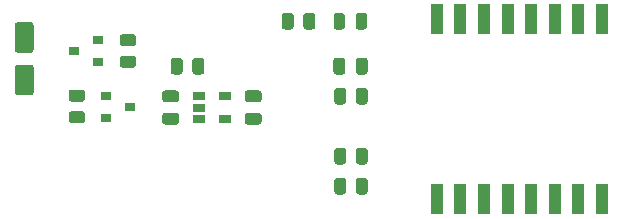
<source format=gbr>
%TF.GenerationSoftware,KiCad,Pcbnew,(5.1.10)-1*%
%TF.CreationDate,2021-06-13T23:34:16+02:00*%
%TF.ProjectId,mailbox_notifier_wifi,6d61696c-626f-4785-9f6e-6f7469666965,rev?*%
%TF.SameCoordinates,Original*%
%TF.FileFunction,Paste,Top*%
%TF.FilePolarity,Positive*%
%FSLAX46Y46*%
G04 Gerber Fmt 4.6, Leading zero omitted, Abs format (unit mm)*
G04 Created by KiCad (PCBNEW (5.1.10)-1) date 2021-06-13 23:34:16*
%MOMM*%
%LPD*%
G01*
G04 APERTURE LIST*
%ADD10R,1.000000X2.500000*%
%ADD11R,1.060000X0.650000*%
%ADD12R,0.900000X0.800000*%
G04 APERTURE END LIST*
%TO.C,C1*%
G36*
G01*
X131530000Y-86225000D02*
X132630000Y-86225000D01*
G75*
G02*
X132880000Y-86475000I0J-250000D01*
G01*
X132880000Y-88575000D01*
G75*
G02*
X132630000Y-88825000I-250000J0D01*
G01*
X131530000Y-88825000D01*
G75*
G02*
X131280000Y-88575000I0J250000D01*
G01*
X131280000Y-86475000D01*
G75*
G02*
X131530000Y-86225000I250000J0D01*
G01*
G37*
G36*
G01*
X131530000Y-82625000D02*
X132630000Y-82625000D01*
G75*
G02*
X132880000Y-82875000I0J-250000D01*
G01*
X132880000Y-84975000D01*
G75*
G02*
X132630000Y-85225000I-250000J0D01*
G01*
X131530000Y-85225000D01*
G75*
G02*
X131280000Y-84975000I0J250000D01*
G01*
X131280000Y-82875000D01*
G75*
G02*
X131530000Y-82625000I250000J0D01*
G01*
G37*
%TD*%
D10*
%TO.C,U2*%
X181000000Y-97600000D03*
X179000000Y-97600000D03*
X177000000Y-97600000D03*
X175000000Y-97600000D03*
X173000000Y-97600000D03*
X171000000Y-97600000D03*
X169000000Y-97600000D03*
X167000000Y-97600000D03*
X167000000Y-82400000D03*
X169000000Y-82400000D03*
X171000000Y-82400000D03*
X173000000Y-82400000D03*
X175000000Y-82400000D03*
X177000000Y-82400000D03*
X179000000Y-82400000D03*
X181000000Y-82400000D03*
%TD*%
D11*
%TO.C,U1*%
X149065000Y-88905000D03*
X149065000Y-90805000D03*
X146865000Y-90805000D03*
X146865000Y-89855000D03*
X146865000Y-88905000D03*
%TD*%
%TO.C,R7*%
G36*
G01*
X155697500Y-83000002D02*
X155697500Y-82099998D01*
G75*
G02*
X155947498Y-81850000I249998J0D01*
G01*
X156472502Y-81850000D01*
G75*
G02*
X156722500Y-82099998I0J-249998D01*
G01*
X156722500Y-83000002D01*
G75*
G02*
X156472502Y-83250000I-249998J0D01*
G01*
X155947498Y-83250000D01*
G75*
G02*
X155697500Y-83000002I0J249998D01*
G01*
G37*
G36*
G01*
X153872500Y-83000002D02*
X153872500Y-82099998D01*
G75*
G02*
X154122498Y-81850000I249998J0D01*
G01*
X154647502Y-81850000D01*
G75*
G02*
X154897500Y-82099998I0J-249998D01*
G01*
X154897500Y-83000002D01*
G75*
G02*
X154647502Y-83250000I-249998J0D01*
G01*
X154122498Y-83250000D01*
G75*
G02*
X153872500Y-83000002I0J249998D01*
G01*
G37*
%TD*%
%TO.C,R6*%
G36*
G01*
X159342500Y-96069998D02*
X159342500Y-96970002D01*
G75*
G02*
X159092502Y-97220000I-249998J0D01*
G01*
X158567498Y-97220000D01*
G75*
G02*
X158317500Y-96970002I0J249998D01*
G01*
X158317500Y-96069998D01*
G75*
G02*
X158567498Y-95820000I249998J0D01*
G01*
X159092502Y-95820000D01*
G75*
G02*
X159342500Y-96069998I0J-249998D01*
G01*
G37*
G36*
G01*
X161167500Y-96069998D02*
X161167500Y-96970002D01*
G75*
G02*
X160917502Y-97220000I-249998J0D01*
G01*
X160392498Y-97220000D01*
G75*
G02*
X160142500Y-96970002I0J249998D01*
G01*
X160142500Y-96069998D01*
G75*
G02*
X160392498Y-95820000I249998J0D01*
G01*
X160917502Y-95820000D01*
G75*
G02*
X161167500Y-96069998I0J-249998D01*
G01*
G37*
%TD*%
%TO.C,R5*%
G36*
G01*
X160142500Y-94430002D02*
X160142500Y-93529998D01*
G75*
G02*
X160392498Y-93280000I249998J0D01*
G01*
X160917502Y-93280000D01*
G75*
G02*
X161167500Y-93529998I0J-249998D01*
G01*
X161167500Y-94430002D01*
G75*
G02*
X160917502Y-94680000I-249998J0D01*
G01*
X160392498Y-94680000D01*
G75*
G02*
X160142500Y-94430002I0J249998D01*
G01*
G37*
G36*
G01*
X158317500Y-94430002D02*
X158317500Y-93529998D01*
G75*
G02*
X158567498Y-93280000I249998J0D01*
G01*
X159092502Y-93280000D01*
G75*
G02*
X159342500Y-93529998I0J-249998D01*
G01*
X159342500Y-94430002D01*
G75*
G02*
X159092502Y-94680000I-249998J0D01*
G01*
X158567498Y-94680000D01*
G75*
G02*
X158317500Y-94430002I0J249998D01*
G01*
G37*
%TD*%
%TO.C,R4*%
G36*
G01*
X160142500Y-89350002D02*
X160142500Y-88449998D01*
G75*
G02*
X160392498Y-88200000I249998J0D01*
G01*
X160917502Y-88200000D01*
G75*
G02*
X161167500Y-88449998I0J-249998D01*
G01*
X161167500Y-89350002D01*
G75*
G02*
X160917502Y-89600000I-249998J0D01*
G01*
X160392498Y-89600000D01*
G75*
G02*
X160142500Y-89350002I0J249998D01*
G01*
G37*
G36*
G01*
X158317500Y-89350002D02*
X158317500Y-88449998D01*
G75*
G02*
X158567498Y-88200000I249998J0D01*
G01*
X159092502Y-88200000D01*
G75*
G02*
X159342500Y-88449998I0J-249998D01*
G01*
X159342500Y-89350002D01*
G75*
G02*
X159092502Y-89600000I-249998J0D01*
G01*
X158567498Y-89600000D01*
G75*
G02*
X158317500Y-89350002I0J249998D01*
G01*
G37*
%TD*%
%TO.C,R3*%
G36*
G01*
X145499500Y-85909998D02*
X145499500Y-86810002D01*
G75*
G02*
X145249502Y-87060000I-249998J0D01*
G01*
X144724498Y-87060000D01*
G75*
G02*
X144474500Y-86810002I0J249998D01*
G01*
X144474500Y-85909998D01*
G75*
G02*
X144724498Y-85660000I249998J0D01*
G01*
X145249502Y-85660000D01*
G75*
G02*
X145499500Y-85909998I0J-249998D01*
G01*
G37*
G36*
G01*
X147324500Y-85909998D02*
X147324500Y-86810002D01*
G75*
G02*
X147074502Y-87060000I-249998J0D01*
G01*
X146549498Y-87060000D01*
G75*
G02*
X146299500Y-86810002I0J249998D01*
G01*
X146299500Y-85909998D01*
G75*
G02*
X146549498Y-85660000I249998J0D01*
G01*
X147074502Y-85660000D01*
G75*
G02*
X147324500Y-85909998I0J-249998D01*
G01*
G37*
%TD*%
%TO.C,R2*%
G36*
G01*
X140392998Y-83641500D02*
X141293002Y-83641500D01*
G75*
G02*
X141543000Y-83891498I0J-249998D01*
G01*
X141543000Y-84416502D01*
G75*
G02*
X141293002Y-84666500I-249998J0D01*
G01*
X140392998Y-84666500D01*
G75*
G02*
X140143000Y-84416502I0J249998D01*
G01*
X140143000Y-83891498D01*
G75*
G02*
X140392998Y-83641500I249998J0D01*
G01*
G37*
G36*
G01*
X140392998Y-85466500D02*
X141293002Y-85466500D01*
G75*
G02*
X141543000Y-85716498I0J-249998D01*
G01*
X141543000Y-86241502D01*
G75*
G02*
X141293002Y-86491500I-249998J0D01*
G01*
X140392998Y-86491500D01*
G75*
G02*
X140143000Y-86241502I0J249998D01*
G01*
X140143000Y-85716498D01*
G75*
G02*
X140392998Y-85466500I249998J0D01*
G01*
G37*
%TD*%
%TO.C,R1*%
G36*
G01*
X136975002Y-89365500D02*
X136074998Y-89365500D01*
G75*
G02*
X135825000Y-89115502I0J249998D01*
G01*
X135825000Y-88590498D01*
G75*
G02*
X136074998Y-88340500I249998J0D01*
G01*
X136975002Y-88340500D01*
G75*
G02*
X137225000Y-88590498I0J-249998D01*
G01*
X137225000Y-89115502D01*
G75*
G02*
X136975002Y-89365500I-249998J0D01*
G01*
G37*
G36*
G01*
X136975002Y-91190500D02*
X136074998Y-91190500D01*
G75*
G02*
X135825000Y-90940502I0J249998D01*
G01*
X135825000Y-90415498D01*
G75*
G02*
X136074998Y-90165500I249998J0D01*
G01*
X136975002Y-90165500D01*
G75*
G02*
X137225000Y-90415498I0J-249998D01*
G01*
X137225000Y-90940502D01*
G75*
G02*
X136975002Y-91190500I-249998J0D01*
G01*
G37*
%TD*%
D12*
%TO.C,Q2*%
X138287000Y-86040000D03*
X138287000Y-84140000D03*
X136287000Y-85090000D03*
%TD*%
%TO.C,Q1*%
X141035000Y-89789000D03*
X139035000Y-90739000D03*
X139035000Y-88839000D03*
%TD*%
%TO.C,D1*%
G36*
G01*
X160137500Y-83006250D02*
X160137500Y-82093750D01*
G75*
G02*
X160381250Y-81850000I243750J0D01*
G01*
X160868750Y-81850000D01*
G75*
G02*
X161112500Y-82093750I0J-243750D01*
G01*
X161112500Y-83006250D01*
G75*
G02*
X160868750Y-83250000I-243750J0D01*
G01*
X160381250Y-83250000D01*
G75*
G02*
X160137500Y-83006250I0J243750D01*
G01*
G37*
G36*
G01*
X158262500Y-83006250D02*
X158262500Y-82093750D01*
G75*
G02*
X158506250Y-81850000I243750J0D01*
G01*
X158993750Y-81850000D01*
G75*
G02*
X159237500Y-82093750I0J-243750D01*
G01*
X159237500Y-83006250D01*
G75*
G02*
X158993750Y-83250000I-243750J0D01*
G01*
X158506250Y-83250000D01*
G75*
G02*
X158262500Y-83006250I0J243750D01*
G01*
G37*
%TD*%
%TO.C,C4*%
G36*
G01*
X159255000Y-85885000D02*
X159255000Y-86835000D01*
G75*
G02*
X159005000Y-87085000I-250000J0D01*
G01*
X158505000Y-87085000D01*
G75*
G02*
X158255000Y-86835000I0J250000D01*
G01*
X158255000Y-85885000D01*
G75*
G02*
X158505000Y-85635000I250000J0D01*
G01*
X159005000Y-85635000D01*
G75*
G02*
X159255000Y-85885000I0J-250000D01*
G01*
G37*
G36*
G01*
X161155000Y-85885000D02*
X161155000Y-86835000D01*
G75*
G02*
X160905000Y-87085000I-250000J0D01*
G01*
X160405000Y-87085000D01*
G75*
G02*
X160155000Y-86835000I0J250000D01*
G01*
X160155000Y-85885000D01*
G75*
G02*
X160405000Y-85635000I250000J0D01*
G01*
X160905000Y-85635000D01*
G75*
G02*
X161155000Y-85885000I0J-250000D01*
G01*
G37*
%TD*%
%TO.C,C3*%
G36*
G01*
X150990000Y-90305000D02*
X151940000Y-90305000D01*
G75*
G02*
X152190000Y-90555000I0J-250000D01*
G01*
X152190000Y-91055000D01*
G75*
G02*
X151940000Y-91305000I-250000J0D01*
G01*
X150990000Y-91305000D01*
G75*
G02*
X150740000Y-91055000I0J250000D01*
G01*
X150740000Y-90555000D01*
G75*
G02*
X150990000Y-90305000I250000J0D01*
G01*
G37*
G36*
G01*
X150990000Y-88405000D02*
X151940000Y-88405000D01*
G75*
G02*
X152190000Y-88655000I0J-250000D01*
G01*
X152190000Y-89155000D01*
G75*
G02*
X151940000Y-89405000I-250000J0D01*
G01*
X150990000Y-89405000D01*
G75*
G02*
X150740000Y-89155000I0J250000D01*
G01*
X150740000Y-88655000D01*
G75*
G02*
X150990000Y-88405000I250000J0D01*
G01*
G37*
%TD*%
%TO.C,C2*%
G36*
G01*
X143990000Y-90305000D02*
X144940000Y-90305000D01*
G75*
G02*
X145190000Y-90555000I0J-250000D01*
G01*
X145190000Y-91055000D01*
G75*
G02*
X144940000Y-91305000I-250000J0D01*
G01*
X143990000Y-91305000D01*
G75*
G02*
X143740000Y-91055000I0J250000D01*
G01*
X143740000Y-90555000D01*
G75*
G02*
X143990000Y-90305000I250000J0D01*
G01*
G37*
G36*
G01*
X143990000Y-88405000D02*
X144940000Y-88405000D01*
G75*
G02*
X145190000Y-88655000I0J-250000D01*
G01*
X145190000Y-89155000D01*
G75*
G02*
X144940000Y-89405000I-250000J0D01*
G01*
X143990000Y-89405000D01*
G75*
G02*
X143740000Y-89155000I0J250000D01*
G01*
X143740000Y-88655000D01*
G75*
G02*
X143990000Y-88405000I250000J0D01*
G01*
G37*
%TD*%
M02*

</source>
